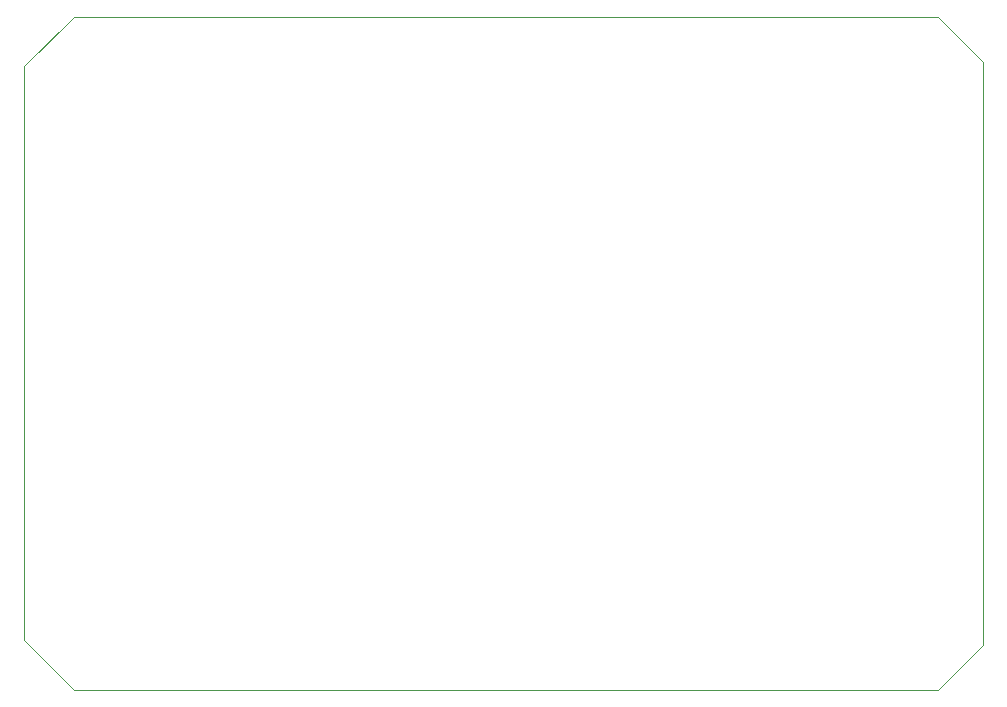
<source format=gbr>
G04 #@! TF.GenerationSoftware,KiCad,Pcbnew,8.0.6*
G04 #@! TF.CreationDate,2024-11-16T10:54:58+01:00*
G04 #@! TF.ProjectId,SwitchPCB,53776974-6368-4504-9342-2e6b69636164,rev?*
G04 #@! TF.SameCoordinates,Original*
G04 #@! TF.FileFunction,Profile,NP*
%FSLAX46Y46*%
G04 Gerber Fmt 4.6, Leading zero omitted, Abs format (unit mm)*
G04 Created by KiCad (PCBNEW 8.0.6) date 2024-11-16 10:54:58*
%MOMM*%
%LPD*%
G01*
G04 APERTURE LIST*
G04 #@! TA.AperFunction,Profile*
%ADD10C,0.050000*%
G04 #@! TD*
G04 APERTURE END LIST*
D10*
X198400000Y-108900000D02*
X125200000Y-108900000D01*
X121000000Y-56100000D02*
X125200000Y-51900000D01*
X198400000Y-51900000D02*
X202200000Y-55700000D01*
X125200000Y-108900000D02*
X121000000Y-104700000D01*
X125200000Y-51900000D02*
X198400000Y-51900000D01*
X121000000Y-104700000D02*
X121000000Y-56100000D01*
X202200000Y-55700000D02*
X202200000Y-105100000D01*
X202200000Y-105100000D02*
X198400000Y-108900000D01*
M02*

</source>
